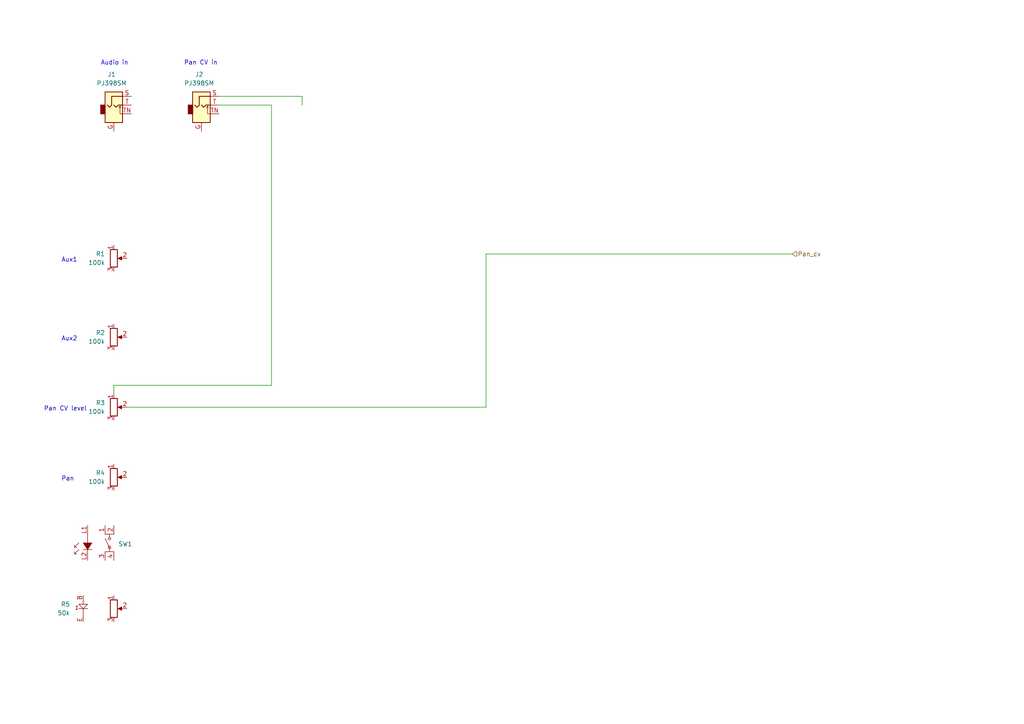
<source format=kicad_sch>
(kicad_sch (version 20230121) (generator eeschema)
  (paper "A4")
  (lib_symbols
    (symbol "WillItBlend:PB01-109TL" (pin_names (offset 1.016) hide)
      (property "Reference" "SW" (at 3.81 2.54 0))
      (symbol "PB01-109TL_0_0"
        (polyline (pts (xy -8.89 -3.175) (xy -7.62 -1.905)))
        (polyline (pts (xy -8.89 -1.27) (xy -7.62 0)))
        (polyline (pts (xy -6.35 -1.905) (xy -3.81 -1.905)))
        (polyline (pts (xy -5.08 -2.54) (xy -5.08 2.54)))
        (polyline (pts (xy -8.89 -2.54) (xy -8.89 -3.175) (xy -8.255 -3.175)))
        (polyline (pts (xy -8.89 -0.635) (xy -8.89 -1.27) (xy -8.255 -1.27)))
        (polyline (pts (xy -5.08 -1.905) (xy -6.35 0) (xy -3.81 0) (xy -5.08 -1.905)) (fill (type outline)))
      )
      (symbol "PB01-109TL_0_1"
        (polyline (pts (xy 1.27 -2.54) (xy 1.27 -1.27)))
        (polyline (pts (xy 1.27 -1.27) (xy 0 1.27)))
        (polyline (pts (xy 1.27 2.54) (xy 1.27 1.651)))
        (polyline (pts (xy 2.54 -2.54) (xy 0 -2.54)))
        (polyline (pts (xy 2.54 2.54) (xy 0 2.54)))
        (circle (center 1.27 -1.27) (radius 0.381))
        (circle (center 1.27 1.27) (radius 0.381))
        (pin passive line (at 2.54 5.08 270) (length 2.54) (name "2") (number "2"))
      )
      (symbol "PB01-109TL_1_1"
        (pin passive line (at 0 5.08 270) (length 2.54) (name "1") (number "1"))
        (pin passive line (at 0 -5.08 90) (length 2.54) (name "3") (number "3"))
        (pin passive line (at 2.54 -5.08 90) (length 2.54) (name "4") (number "4"))
        (pin passive line (at -5.08 5.08 270) (length 2.54) (name "L1") (number "L1"))
        (pin passive line (at -5.08 -5.08 90) (length 2.54) (name "L2") (number "L2"))
      )
    )
    (symbol "WillItBlend:PJ398SM"
      (property "Reference" "J" (at 0 8.89 0))
      (property "Value" "PJ398SM" (at 0 6.35 0))
      (symbol "PJ398SM_0_1"
        (rectangle (start -2.54 0) (end -3.81 -2.54) (stroke (width 0.254)) (fill (type outline)))
        (polyline (pts (xy 1.778 -0.254) (xy 2.032 -0.762)))
        (polyline (pts (xy 0 0) (xy 0.635 -0.635) (xy 1.27 0) (xy 2.54 0)) (stroke (width 0.254)))
        (polyline (pts (xy 2.54 -2.54) (xy 1.778 -2.54) (xy 1.778 -0.254) (xy 1.524 -0.762)))
        (polyline (pts (xy 2.54 2.54) (xy -0.635 2.54) (xy -0.635 0) (xy -1.27 -0.635) (xy -1.905 0)) (stroke (width 0.254)))
        (rectangle (start 2.54 3.81) (end -2.54 -5.08) (stroke (width 0.254)) (fill (type background)))
      )
      (symbol "PJ398SM_1_1"
        (pin passive line (at 0 -7.62 90) (length 2.54) (name "~") (number "G"))
        (pin passive line (at 5.08 2.54 180) (length 2.54) (name "~") (number "S"))
        (pin passive line (at 5.08 0 180) (length 2.54) (name "~") (number "T"))
        (pin passive line (at 5.08 -2.54 180) (length 2.54) (name "~") (number "TN"))
      )
    )
    (symbol "WillItBlend:R0904N-B100K-L25-KQ" (pin_names (offset 1.016) hide)
      (property "Reference" "R" (at -5.08 1.27 0))
      (property "Value" "100k" (at -3.81 -1.27 0))
      (symbol "R0904N-B100K-L25-KQ_0_1"
        (polyline (pts (xy 2.54 0) (xy 1.524 0)))
        (polyline (pts (xy 1.143 0) (xy 2.286 0.508) (xy 2.286 -0.508) (xy 1.143 0)) (fill (type outline)))
        (rectangle (start 1.016 2.54) (end -1.016 -2.54) (stroke (width 0.254)))
      )
      (symbol "R0904N-B100K-L25-KQ_1_1"
        (pin passive line (at 0 3.81 270) (length 1.27) (name "1") (number "1"))
        (pin passive line (at 3.81 0 180) (length 1.27) (name "2") (number "2"))
        (pin passive line (at 0 -3.81 90) (length 1.27) (name "3") (number "3"))
      )
    )
    (symbol "WillItBlend:RA2045F-20R-15LC-B50K" (pin_names (offset 1.016) hide)
      (property "Reference" "R" (at -3.81 1.27 0))
      (property "Value" "50k" (at -3.81 -1.27 0))
      (symbol "RA2045F-20R-15LC-B50K_0_1"
        (polyline (pts (xy -10.8697 -0.3197) (xy -10.5729 -0.2736)))
        (polyline (pts (xy -10.8631 0.4387) (xy -10.5663 0.4848)))
        (polyline (pts (xy -10.16 0) (xy -7.62 0)))
        (polyline (pts (xy -8.89 0) (xy -8.89 -2.54)))
        (polyline (pts (xy 2.54 0) (xy 1.524 0)))
        (polyline (pts (xy -10.5729 0.1288) (xy -10.8763 -0.2999) (xy -10.9158 0.0034)))
        (polyline (pts (xy -10.5663 0.8872) (xy -10.8697 0.4585) (xy -10.9092 0.7618)))
        (polyline (pts (xy 1.143 0) (xy 2.286 0.508) (xy 2.286 -0.508) (xy 1.143 0)) (fill (type outline)))
        (polyline (pts (xy -8.89 2.54) (xy -8.89 1.27) (xy -10.16 1.27) (xy -8.89 0) (xy -7.62 1.27) (xy -8.89 1.27)))
        (rectangle (start 1.016 2.54) (end -1.016 -2.54) (stroke (width 0.254)))
      )
      (symbol "RA2045F-20R-15LC-B50K_1_1"
        (pin passive line (at 0 3.81 270) (length 1.27) (name "1") (number "1"))
        (pin passive line (at 3.81 0 180) (length 1.27) (name "2") (number "2"))
        (pin passive line (at 0 -3.81 90) (length 1.27) (name "3") (number "3"))
        (pin passive line (at -8.89 3.81 270) (length 1.27) (name "B") (number "B"))
        (pin passive line (at -8.89 -3.81 90) (length 1.27) (name "E") (number "E"))
        (pin no_connect line (at -6.35 -3.81 90) (length 1.27) hide (name "L") (number "L"))
      )
    )
  )
  (wire (pts (xy 78.74 30.48) (xy 63.5 30.48)))
  (wire (pts (xy 229.87 73.66) (xy 140.97 73.66)))
  (wire (pts (xy 140.97 118.11) (xy 36.83 118.11)))
  (wire (pts (xy 63.5 27.94) (xy 87.63 27.94)))
  (wire (pts (xy 78.74 111.76) (xy 78.74 30.48)))
  (wire (pts (xy 140.97 73.66) (xy 140.97 118.11)))
  (wire (pts (xy 33.02 111.76) (xy 78.74 111.76)))
  (wire (pts (xy 33.02 114.3) (xy 33.02 111.76)))
  (wire (pts (xy 87.63 27.94) (xy 87.63 30.48)))
  (text "Aux2" (at 17.78 99.06 0) (effects (font (size 1.27 1.27)) (justify left bottom)))
  (text "Pan CV in" (at 53.34 19.05 0) (effects (font (size 1.27 1.27)) (justify left bottom)))
  (text "Pan CV level" (at 12.7 119.38 0) (effects (font (size 1.27 1.27)) (justify left bottom)))
  (text "Audio in" (at 29.21 19.05 0) (effects (font (size 1.27 1.27)) (justify left bottom)))
  (text "Pan" (at 17.78 139.7 0) (effects (font (size 1.27 1.27)) (justify left bottom)))
  (text "Aux1" (at 17.78 76.2 0) (effects (font (size 1.27 1.27)) (justify left bottom)))
  (hierarchical_label "Pan_cv" (shape input) (at 229.87 73.66 0))
  (symbol (lib_id "WillItBlend:R0904N-B100K-L25-KQ") (at 33.02 138.43 0) (unit 1)
    (property "Reference" "R4" (at 30.48 137.16 0) (effects (justify right)))
    (property "Value" "100k" (at 30.48 139.7 0) (effects (justify right)))
    (property "Footprint" "WillItBlend:Potentiometer_SongHuei_9mm" (effects hide))
    (property "Datasheet" "https://www.thonk.co.uk/wp-content/uploads/2014/10/R0904N_Thonk.pdf" (effects hide))
    (instances (project "WillItBlend" (path "" (reference "R4") (unit 1)) (path "" (reference "R9") (unit 1))))
  )
  (symbol (lib_id "WillItBlend:RA2045F-20R-15LC-B50K") (at 33.02 176.53 0) (unit 1)
    (property "Reference" "R5" (at 20.32 175.26 0) (effects (justify right)))
    (property "Value" "50k" (at 20.32 177.8 0) (effects (justify right)))
    (property "Footprint" "WillItBlend:RA2045F-20" (effects hide))
    (property "Datasheet" "https://www.thonk.co.uk/wp-content/uploads/2014/10/R0904N_Thonk.pdf" (effects hide))
    (instances (project "WillItBlend" (path "" (reference "R5") (unit 1)) (path "" (reference "R10") (unit 1))))
  )
  (symbol (lib_id "WillItBlend:R0904N-B100K-L25-KQ") (at 33.02 118.11 0) (unit 1)
    (property "Reference" "R3" (at 30.48 116.84 0) (effects (justify right)))
    (property "Value" "100k" (at 30.48 119.38 0) (effects (justify right)))
    (property "Footprint" "WillItBlend:Potentiometer_SongHuei_9mm" (effects hide))
    (property "Datasheet" "https://www.thonk.co.uk/wp-content/uploads/2014/10/R0904N_Thonk.pdf" (effects hide))
    (instances (project "WillItBlend" (path "" (reference "R3") (unit 1)) (path "" (reference "R8") (unit 1))))
  )
  (symbol (lib_id "WillItBlend:PJ398SM") (at 33.02 30.48 0) (unit 1)
    (property "Reference" "J1" (at 32.385 21.59 0))
    (property "Value" "PJ398SM" (at 32.385 24.13 0))
    (property "Footprint" "WillItBlend:PJ398SM" (effects hide))
    (property "Datasheet" "https://www.thonk.co.uk/wp-content/uploads/2018/07/Thonkiconn_Jack_Datasheet-new.jpg" (effects hide))
    (instances (project "WillItBlend" (path "" (reference "J1") (unit 1)) (path "" (reference "J3") (unit 1))))
  )
  (symbol (lib_id "WillItBlend:R0904N-B100K-L25-KQ") (at 33.02 97.79 0) (unit 1)
    (property "Reference" "R2" (at 30.48 96.52 0) (effects (justify right)))
    (property "Value" "100k" (at 30.48 99.06 0) (effects (justify right)))
    (property "Footprint" "WillItBlend:Potentiometer_SongHuei_9mm" (effects hide))
    (property "Datasheet" "https://www.thonk.co.uk/wp-content/uploads/2014/10/R0904N_Thonk.pdf" (effects hide))
    (instances (project "WillItBlend" (path "" (reference "R2") (unit 1)) (path "" (reference "R7") (unit 1))))
  )
  (symbol (lib_id "WillItBlend:R0904N-B100K-L25-KQ") (at 33.02 74.93 0) (unit 1)
    (property "Reference" "R1" (at 30.48 73.66 0) (effects (justify right)))
    (property "Value" "100k" (at 30.48 76.2 0) (effects (justify right)))
    (property "Footprint" "WillItBlend:Potentiometer_SongHuei_9mm" (effects hide))
    (property "Datasheet" "https://www.thonk.co.uk/wp-content/uploads/2014/10/R0904N_Thonk.pdf" (effects hide))
    (instances (project "WillItBlend" (path "" (reference "R1") (unit 1)) (path "" (reference "R6") (unit 1))))
  )
  (symbol (lib_id "WillItBlend:PJ398SM") (at 58.42 30.48 0) (unit 1)
    (property "Reference" "J2" (at 57.785 21.59 0))
    (property "Value" "PJ398SM" (at 57.785 24.13 0))
    (property "Footprint" "WillItBlend:PJ398SM" (effects hide))
    (property "Datasheet" "https://www.thonk.co.uk/wp-content/uploads/2018/07/Thonkiconn_Jack_Datasheet-new.jpg" (effects hide))
    (instances (project "WillItBlend" (path "" (reference "J2") (unit 1)) (path "" (reference "J4") (unit 1))))
  )
  (symbol (lib_id "WillItBlend:PB01-109TL") (at 30.48 157.48 0) (unit 1)
    (property "Reference" "SW1" (at 34.29 157.7975 0) (effects (justify left)))
    (property "Value" "SW_SPST_LED" (effects hide))
    (property "Footprint" "WillItBlend:PB01-109TL" (effects hide))
    (property "Datasheet" "https://www.thonk.co.uk/wp-content/uploads/2021/12/LowProfileButton.pdf" (effects hide))
    (instances (project "WillItBlend" (path "" (reference "SW1") (unit 1)) (path "" (reference "SW2") (unit 1))))
  )
)
</source>
